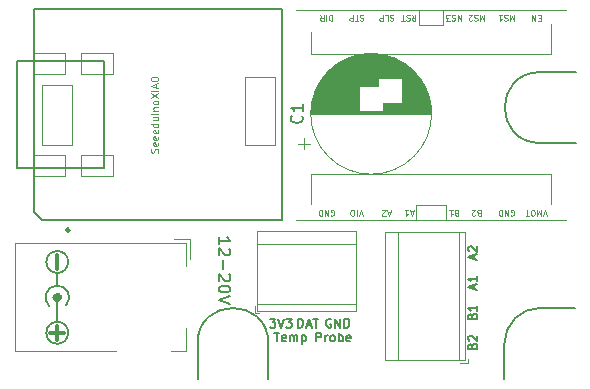
<source format=gbr>
%TF.GenerationSoftware,KiCad,Pcbnew,8.0.6*%
%TF.CreationDate,2024-11-06T21:14:03+01:00*%
%TF.ProjectId,ChocoEF,43686f63-6f45-4462-9e6b-696361645f70,rev?*%
%TF.SameCoordinates,Original*%
%TF.FileFunction,Legend,Top*%
%TF.FilePolarity,Positive*%
%FSLAX46Y46*%
G04 Gerber Fmt 4.6, Leading zero omitted, Abs format (unit mm)*
G04 Created by KiCad (PCBNEW 8.0.6) date 2024-11-06 21:14:03*
%MOMM*%
%LPD*%
G01*
G04 APERTURE LIST*
%ADD10C,0.150000*%
%ADD11C,0.187500*%
%ADD12C,0.300000*%
%ADD13C,0.076200*%
%ADD14C,0.125000*%
%ADD15C,0.120000*%
%ADD16C,0.127000*%
%ADD17C,0.066040*%
%ADD18C,0.254000*%
%ADD19C,0.500000*%
G04 APERTURE END LIST*
D10*
X115012600Y-73025000D02*
G75*
G02*
X115012600Y-67025000I0J3000000D01*
G01*
X118012600Y-73025000D02*
X115012600Y-73025000D01*
X118012600Y-67025000D02*
X115012600Y-67025000D01*
X111988600Y-89993600D02*
G75*
G02*
X114988600Y-86993600I3000001J-1D01*
G01*
X111988600Y-92993600D02*
X111988600Y-89993600D01*
X117988600Y-86993600D02*
X114988600Y-86993600D01*
X85998800Y-89992200D02*
G75*
G02*
X91998800Y-89992200I3000000J0D01*
G01*
X91998800Y-92992200D02*
X91998800Y-89992200D01*
X85998800Y-92992200D02*
X85998800Y-89992200D01*
D11*
X94522628Y-88653014D02*
X94522628Y-87903014D01*
X94522628Y-87903014D02*
X94701199Y-87903014D01*
X94701199Y-87903014D02*
X94808342Y-87938728D01*
X94808342Y-87938728D02*
X94879771Y-88010157D01*
X94879771Y-88010157D02*
X94915485Y-88081585D01*
X94915485Y-88081585D02*
X94951199Y-88224442D01*
X94951199Y-88224442D02*
X94951199Y-88331585D01*
X94951199Y-88331585D02*
X94915485Y-88474442D01*
X94915485Y-88474442D02*
X94879771Y-88545871D01*
X94879771Y-88545871D02*
X94808342Y-88617300D01*
X94808342Y-88617300D02*
X94701199Y-88653014D01*
X94701199Y-88653014D02*
X94522628Y-88653014D01*
X95236914Y-88438728D02*
X95594057Y-88438728D01*
X95165485Y-88653014D02*
X95415485Y-87903014D01*
X95415485Y-87903014D02*
X95665485Y-88653014D01*
X95808342Y-87903014D02*
X96236914Y-87903014D01*
X96022628Y-88653014D02*
X96022628Y-87903014D01*
X109265957Y-90219571D02*
X109301671Y-90112428D01*
X109301671Y-90112428D02*
X109337385Y-90076714D01*
X109337385Y-90076714D02*
X109408814Y-90041000D01*
X109408814Y-90041000D02*
X109515957Y-90041000D01*
X109515957Y-90041000D02*
X109587385Y-90076714D01*
X109587385Y-90076714D02*
X109623100Y-90112428D01*
X109623100Y-90112428D02*
X109658814Y-90183857D01*
X109658814Y-90183857D02*
X109658814Y-90469571D01*
X109658814Y-90469571D02*
X108908814Y-90469571D01*
X108908814Y-90469571D02*
X108908814Y-90219571D01*
X108908814Y-90219571D02*
X108944528Y-90148143D01*
X108944528Y-90148143D02*
X108980242Y-90112428D01*
X108980242Y-90112428D02*
X109051671Y-90076714D01*
X109051671Y-90076714D02*
X109123100Y-90076714D01*
X109123100Y-90076714D02*
X109194528Y-90112428D01*
X109194528Y-90112428D02*
X109230242Y-90148143D01*
X109230242Y-90148143D02*
X109265957Y-90219571D01*
X109265957Y-90219571D02*
X109265957Y-90469571D01*
X108980242Y-89755285D02*
X108944528Y-89719571D01*
X108944528Y-89719571D02*
X108908814Y-89648143D01*
X108908814Y-89648143D02*
X108908814Y-89469571D01*
X108908814Y-89469571D02*
X108944528Y-89398143D01*
X108944528Y-89398143D02*
X108980242Y-89362428D01*
X108980242Y-89362428D02*
X109051671Y-89326714D01*
X109051671Y-89326714D02*
X109123100Y-89326714D01*
X109123100Y-89326714D02*
X109230242Y-89362428D01*
X109230242Y-89362428D02*
X109658814Y-89791000D01*
X109658814Y-89791000D02*
X109658814Y-89326714D01*
D10*
X87784780Y-81578723D02*
X87784780Y-81007295D01*
X87784780Y-81293009D02*
X88784780Y-81293009D01*
X88784780Y-81293009D02*
X88641923Y-81197771D01*
X88641923Y-81197771D02*
X88546685Y-81102533D01*
X88546685Y-81102533D02*
X88499066Y-81007295D01*
X88689542Y-81959676D02*
X88737161Y-82007295D01*
X88737161Y-82007295D02*
X88784780Y-82102533D01*
X88784780Y-82102533D02*
X88784780Y-82340628D01*
X88784780Y-82340628D02*
X88737161Y-82435866D01*
X88737161Y-82435866D02*
X88689542Y-82483485D01*
X88689542Y-82483485D02*
X88594304Y-82531104D01*
X88594304Y-82531104D02*
X88499066Y-82531104D01*
X88499066Y-82531104D02*
X88356209Y-82483485D01*
X88356209Y-82483485D02*
X87784780Y-81912057D01*
X87784780Y-81912057D02*
X87784780Y-82531104D01*
X88165733Y-82959676D02*
X88165733Y-83721581D01*
X88689542Y-84150152D02*
X88737161Y-84197771D01*
X88737161Y-84197771D02*
X88784780Y-84293009D01*
X88784780Y-84293009D02*
X88784780Y-84531104D01*
X88784780Y-84531104D02*
X88737161Y-84626342D01*
X88737161Y-84626342D02*
X88689542Y-84673961D01*
X88689542Y-84673961D02*
X88594304Y-84721580D01*
X88594304Y-84721580D02*
X88499066Y-84721580D01*
X88499066Y-84721580D02*
X88356209Y-84673961D01*
X88356209Y-84673961D02*
X87784780Y-84102533D01*
X87784780Y-84102533D02*
X87784780Y-84721580D01*
X88784780Y-85340628D02*
X88784780Y-85435866D01*
X88784780Y-85435866D02*
X88737161Y-85531104D01*
X88737161Y-85531104D02*
X88689542Y-85578723D01*
X88689542Y-85578723D02*
X88594304Y-85626342D01*
X88594304Y-85626342D02*
X88403828Y-85673961D01*
X88403828Y-85673961D02*
X88165733Y-85673961D01*
X88165733Y-85673961D02*
X87975257Y-85626342D01*
X87975257Y-85626342D02*
X87880019Y-85578723D01*
X87880019Y-85578723D02*
X87832400Y-85531104D01*
X87832400Y-85531104D02*
X87784780Y-85435866D01*
X87784780Y-85435866D02*
X87784780Y-85340628D01*
X87784780Y-85340628D02*
X87832400Y-85245390D01*
X87832400Y-85245390D02*
X87880019Y-85197771D01*
X87880019Y-85197771D02*
X87975257Y-85150152D01*
X87975257Y-85150152D02*
X88165733Y-85102533D01*
X88165733Y-85102533D02*
X88403828Y-85102533D01*
X88403828Y-85102533D02*
X88594304Y-85150152D01*
X88594304Y-85150152D02*
X88689542Y-85197771D01*
X88689542Y-85197771D02*
X88737161Y-85245390D01*
X88737161Y-85245390D02*
X88784780Y-85340628D01*
X88784780Y-85959676D02*
X87784780Y-86293009D01*
X87784780Y-86293009D02*
X88784780Y-86626342D01*
D11*
X92490143Y-89071414D02*
X92918715Y-89071414D01*
X92704429Y-89821414D02*
X92704429Y-89071414D01*
X93454429Y-89785700D02*
X93383001Y-89821414D01*
X93383001Y-89821414D02*
X93240144Y-89821414D01*
X93240144Y-89821414D02*
X93168715Y-89785700D01*
X93168715Y-89785700D02*
X93133001Y-89714271D01*
X93133001Y-89714271D02*
X93133001Y-89428557D01*
X93133001Y-89428557D02*
X93168715Y-89357128D01*
X93168715Y-89357128D02*
X93240144Y-89321414D01*
X93240144Y-89321414D02*
X93383001Y-89321414D01*
X93383001Y-89321414D02*
X93454429Y-89357128D01*
X93454429Y-89357128D02*
X93490144Y-89428557D01*
X93490144Y-89428557D02*
X93490144Y-89499985D01*
X93490144Y-89499985D02*
X93133001Y-89571414D01*
X93811572Y-89821414D02*
X93811572Y-89321414D01*
X93811572Y-89392842D02*
X93847286Y-89357128D01*
X93847286Y-89357128D02*
X93918715Y-89321414D01*
X93918715Y-89321414D02*
X94025858Y-89321414D01*
X94025858Y-89321414D02*
X94097286Y-89357128D01*
X94097286Y-89357128D02*
X94133001Y-89428557D01*
X94133001Y-89428557D02*
X94133001Y-89821414D01*
X94133001Y-89428557D02*
X94168715Y-89357128D01*
X94168715Y-89357128D02*
X94240143Y-89321414D01*
X94240143Y-89321414D02*
X94347286Y-89321414D01*
X94347286Y-89321414D02*
X94418715Y-89357128D01*
X94418715Y-89357128D02*
X94454429Y-89428557D01*
X94454429Y-89428557D02*
X94454429Y-89821414D01*
X94811572Y-89321414D02*
X94811572Y-90071414D01*
X94811572Y-89357128D02*
X94883001Y-89321414D01*
X94883001Y-89321414D02*
X95025858Y-89321414D01*
X95025858Y-89321414D02*
X95097286Y-89357128D01*
X95097286Y-89357128D02*
X95133001Y-89392842D01*
X95133001Y-89392842D02*
X95168715Y-89464271D01*
X95168715Y-89464271D02*
X95168715Y-89678557D01*
X95168715Y-89678557D02*
X95133001Y-89749985D01*
X95133001Y-89749985D02*
X95097286Y-89785700D01*
X95097286Y-89785700D02*
X95025858Y-89821414D01*
X95025858Y-89821414D02*
X94883001Y-89821414D01*
X94883001Y-89821414D02*
X94811572Y-89785700D01*
X96061572Y-89821414D02*
X96061572Y-89071414D01*
X96061572Y-89071414D02*
X96347286Y-89071414D01*
X96347286Y-89071414D02*
X96418715Y-89107128D01*
X96418715Y-89107128D02*
X96454429Y-89142842D01*
X96454429Y-89142842D02*
X96490143Y-89214271D01*
X96490143Y-89214271D02*
X96490143Y-89321414D01*
X96490143Y-89321414D02*
X96454429Y-89392842D01*
X96454429Y-89392842D02*
X96418715Y-89428557D01*
X96418715Y-89428557D02*
X96347286Y-89464271D01*
X96347286Y-89464271D02*
X96061572Y-89464271D01*
X96811572Y-89821414D02*
X96811572Y-89321414D01*
X96811572Y-89464271D02*
X96847286Y-89392842D01*
X96847286Y-89392842D02*
X96883001Y-89357128D01*
X96883001Y-89357128D02*
X96954429Y-89321414D01*
X96954429Y-89321414D02*
X97025858Y-89321414D01*
X97383001Y-89821414D02*
X97311572Y-89785700D01*
X97311572Y-89785700D02*
X97275858Y-89749985D01*
X97275858Y-89749985D02*
X97240144Y-89678557D01*
X97240144Y-89678557D02*
X97240144Y-89464271D01*
X97240144Y-89464271D02*
X97275858Y-89392842D01*
X97275858Y-89392842D02*
X97311572Y-89357128D01*
X97311572Y-89357128D02*
X97383001Y-89321414D01*
X97383001Y-89321414D02*
X97490144Y-89321414D01*
X97490144Y-89321414D02*
X97561572Y-89357128D01*
X97561572Y-89357128D02*
X97597287Y-89392842D01*
X97597287Y-89392842D02*
X97633001Y-89464271D01*
X97633001Y-89464271D02*
X97633001Y-89678557D01*
X97633001Y-89678557D02*
X97597287Y-89749985D01*
X97597287Y-89749985D02*
X97561572Y-89785700D01*
X97561572Y-89785700D02*
X97490144Y-89821414D01*
X97490144Y-89821414D02*
X97383001Y-89821414D01*
X97954429Y-89821414D02*
X97954429Y-89071414D01*
X97954429Y-89357128D02*
X98025858Y-89321414D01*
X98025858Y-89321414D02*
X98168715Y-89321414D01*
X98168715Y-89321414D02*
X98240143Y-89357128D01*
X98240143Y-89357128D02*
X98275858Y-89392842D01*
X98275858Y-89392842D02*
X98311572Y-89464271D01*
X98311572Y-89464271D02*
X98311572Y-89678557D01*
X98311572Y-89678557D02*
X98275858Y-89749985D01*
X98275858Y-89749985D02*
X98240143Y-89785700D01*
X98240143Y-89785700D02*
X98168715Y-89821414D01*
X98168715Y-89821414D02*
X98025858Y-89821414D01*
X98025858Y-89821414D02*
X97954429Y-89785700D01*
X98918714Y-89785700D02*
X98847286Y-89821414D01*
X98847286Y-89821414D02*
X98704429Y-89821414D01*
X98704429Y-89821414D02*
X98633000Y-89785700D01*
X98633000Y-89785700D02*
X98597286Y-89714271D01*
X98597286Y-89714271D02*
X98597286Y-89428557D01*
X98597286Y-89428557D02*
X98633000Y-89357128D01*
X98633000Y-89357128D02*
X98704429Y-89321414D01*
X98704429Y-89321414D02*
X98847286Y-89321414D01*
X98847286Y-89321414D02*
X98918714Y-89357128D01*
X98918714Y-89357128D02*
X98954429Y-89428557D01*
X98954429Y-89428557D02*
X98954429Y-89499985D01*
X98954429Y-89499985D02*
X98597286Y-89571414D01*
X109444528Y-82831713D02*
X109444528Y-82474571D01*
X109658814Y-82903142D02*
X108908814Y-82653142D01*
X108908814Y-82653142D02*
X109658814Y-82403142D01*
X108980242Y-82188856D02*
X108944528Y-82153142D01*
X108944528Y-82153142D02*
X108908814Y-82081714D01*
X108908814Y-82081714D02*
X108908814Y-81903142D01*
X108908814Y-81903142D02*
X108944528Y-81831714D01*
X108944528Y-81831714D02*
X108980242Y-81795999D01*
X108980242Y-81795999D02*
X109051671Y-81760285D01*
X109051671Y-81760285D02*
X109123100Y-81760285D01*
X109123100Y-81760285D02*
X109230242Y-81795999D01*
X109230242Y-81795999D02*
X109658814Y-82224571D01*
X109658814Y-82224571D02*
X109658814Y-81760285D01*
X92137628Y-87903014D02*
X92601914Y-87903014D01*
X92601914Y-87903014D02*
X92351914Y-88188728D01*
X92351914Y-88188728D02*
X92459057Y-88188728D01*
X92459057Y-88188728D02*
X92530486Y-88224442D01*
X92530486Y-88224442D02*
X92566200Y-88260157D01*
X92566200Y-88260157D02*
X92601914Y-88331585D01*
X92601914Y-88331585D02*
X92601914Y-88510157D01*
X92601914Y-88510157D02*
X92566200Y-88581585D01*
X92566200Y-88581585D02*
X92530486Y-88617300D01*
X92530486Y-88617300D02*
X92459057Y-88653014D01*
X92459057Y-88653014D02*
X92244771Y-88653014D01*
X92244771Y-88653014D02*
X92173343Y-88617300D01*
X92173343Y-88617300D02*
X92137628Y-88581585D01*
X92816200Y-87903014D02*
X93066200Y-88653014D01*
X93066200Y-88653014D02*
X93316200Y-87903014D01*
X93494771Y-87903014D02*
X93959057Y-87903014D01*
X93959057Y-87903014D02*
X93709057Y-88188728D01*
X93709057Y-88188728D02*
X93816200Y-88188728D01*
X93816200Y-88188728D02*
X93887629Y-88224442D01*
X93887629Y-88224442D02*
X93923343Y-88260157D01*
X93923343Y-88260157D02*
X93959057Y-88331585D01*
X93959057Y-88331585D02*
X93959057Y-88510157D01*
X93959057Y-88510157D02*
X93923343Y-88581585D01*
X93923343Y-88581585D02*
X93887629Y-88617300D01*
X93887629Y-88617300D02*
X93816200Y-88653014D01*
X93816200Y-88653014D02*
X93601914Y-88653014D01*
X93601914Y-88653014D02*
X93530486Y-88617300D01*
X93530486Y-88617300D02*
X93494771Y-88581585D01*
X97294771Y-87938728D02*
X97223343Y-87903014D01*
X97223343Y-87903014D02*
X97116200Y-87903014D01*
X97116200Y-87903014D02*
X97009057Y-87938728D01*
X97009057Y-87938728D02*
X96937628Y-88010157D01*
X96937628Y-88010157D02*
X96901914Y-88081585D01*
X96901914Y-88081585D02*
X96866200Y-88224442D01*
X96866200Y-88224442D02*
X96866200Y-88331585D01*
X96866200Y-88331585D02*
X96901914Y-88474442D01*
X96901914Y-88474442D02*
X96937628Y-88545871D01*
X96937628Y-88545871D02*
X97009057Y-88617300D01*
X97009057Y-88617300D02*
X97116200Y-88653014D01*
X97116200Y-88653014D02*
X97187628Y-88653014D01*
X97187628Y-88653014D02*
X97294771Y-88617300D01*
X97294771Y-88617300D02*
X97330485Y-88581585D01*
X97330485Y-88581585D02*
X97330485Y-88331585D01*
X97330485Y-88331585D02*
X97187628Y-88331585D01*
X97651914Y-88653014D02*
X97651914Y-87903014D01*
X97651914Y-87903014D02*
X98080485Y-88653014D01*
X98080485Y-88653014D02*
X98080485Y-87903014D01*
X98437628Y-88653014D02*
X98437628Y-87903014D01*
X98437628Y-87903014D02*
X98616199Y-87903014D01*
X98616199Y-87903014D02*
X98723342Y-87938728D01*
X98723342Y-87938728D02*
X98794771Y-88010157D01*
X98794771Y-88010157D02*
X98830485Y-88081585D01*
X98830485Y-88081585D02*
X98866199Y-88224442D01*
X98866199Y-88224442D02*
X98866199Y-88331585D01*
X98866199Y-88331585D02*
X98830485Y-88474442D01*
X98830485Y-88474442D02*
X98794771Y-88545871D01*
X98794771Y-88545871D02*
X98723342Y-88617300D01*
X98723342Y-88617300D02*
X98616199Y-88653014D01*
X98616199Y-88653014D02*
X98437628Y-88653014D01*
D12*
X73528571Y-89106900D02*
X74671429Y-89106900D01*
X74100000Y-89678328D02*
X74100000Y-88535471D01*
D11*
X109265957Y-87679571D02*
X109301671Y-87572428D01*
X109301671Y-87572428D02*
X109337385Y-87536714D01*
X109337385Y-87536714D02*
X109408814Y-87501000D01*
X109408814Y-87501000D02*
X109515957Y-87501000D01*
X109515957Y-87501000D02*
X109587385Y-87536714D01*
X109587385Y-87536714D02*
X109623100Y-87572428D01*
X109623100Y-87572428D02*
X109658814Y-87643857D01*
X109658814Y-87643857D02*
X109658814Y-87929571D01*
X109658814Y-87929571D02*
X108908814Y-87929571D01*
X108908814Y-87929571D02*
X108908814Y-87679571D01*
X108908814Y-87679571D02*
X108944528Y-87608143D01*
X108944528Y-87608143D02*
X108980242Y-87572428D01*
X108980242Y-87572428D02*
X109051671Y-87536714D01*
X109051671Y-87536714D02*
X109123100Y-87536714D01*
X109123100Y-87536714D02*
X109194528Y-87572428D01*
X109194528Y-87572428D02*
X109230242Y-87608143D01*
X109230242Y-87608143D02*
X109265957Y-87679571D01*
X109265957Y-87679571D02*
X109265957Y-87929571D01*
X109658814Y-86786714D02*
X109658814Y-87215285D01*
X109658814Y-87001000D02*
X108908814Y-87001000D01*
X108908814Y-87001000D02*
X109015957Y-87072428D01*
X109015957Y-87072428D02*
X109087385Y-87143857D01*
X109087385Y-87143857D02*
X109123100Y-87215285D01*
X109444528Y-85371713D02*
X109444528Y-85014571D01*
X109658814Y-85443142D02*
X108908814Y-85193142D01*
X108908814Y-85193142D02*
X109658814Y-84943142D01*
X109658814Y-84300285D02*
X109658814Y-84728856D01*
X109658814Y-84514571D02*
X108908814Y-84514571D01*
X108908814Y-84514571D02*
X109015957Y-84585999D01*
X109015957Y-84585999D02*
X109087385Y-84657428D01*
X109087385Y-84657428D02*
X109123100Y-84728856D01*
D12*
X74106900Y-83671428D02*
X74106900Y-82528571D01*
D13*
X82632331Y-73846580D02*
X82661359Y-73759495D01*
X82661359Y-73759495D02*
X82661359Y-73614352D01*
X82661359Y-73614352D02*
X82632331Y-73556295D01*
X82632331Y-73556295D02*
X82603302Y-73527266D01*
X82603302Y-73527266D02*
X82545245Y-73498237D01*
X82545245Y-73498237D02*
X82487188Y-73498237D01*
X82487188Y-73498237D02*
X82429131Y-73527266D01*
X82429131Y-73527266D02*
X82400102Y-73556295D01*
X82400102Y-73556295D02*
X82371073Y-73614352D01*
X82371073Y-73614352D02*
X82342045Y-73730466D01*
X82342045Y-73730466D02*
X82313016Y-73788523D01*
X82313016Y-73788523D02*
X82283988Y-73817552D01*
X82283988Y-73817552D02*
X82225931Y-73846580D01*
X82225931Y-73846580D02*
X82167873Y-73846580D01*
X82167873Y-73846580D02*
X82109816Y-73817552D01*
X82109816Y-73817552D02*
X82080788Y-73788523D01*
X82080788Y-73788523D02*
X82051759Y-73730466D01*
X82051759Y-73730466D02*
X82051759Y-73585323D01*
X82051759Y-73585323D02*
X82080788Y-73498237D01*
X82632331Y-73004752D02*
X82661359Y-73062809D01*
X82661359Y-73062809D02*
X82661359Y-73178924D01*
X82661359Y-73178924D02*
X82632331Y-73236981D01*
X82632331Y-73236981D02*
X82574273Y-73266009D01*
X82574273Y-73266009D02*
X82342045Y-73266009D01*
X82342045Y-73266009D02*
X82283988Y-73236981D01*
X82283988Y-73236981D02*
X82254959Y-73178924D01*
X82254959Y-73178924D02*
X82254959Y-73062809D01*
X82254959Y-73062809D02*
X82283988Y-73004752D01*
X82283988Y-73004752D02*
X82342045Y-72975724D01*
X82342045Y-72975724D02*
X82400102Y-72975724D01*
X82400102Y-72975724D02*
X82458159Y-73266009D01*
X82632331Y-72482238D02*
X82661359Y-72540295D01*
X82661359Y-72540295D02*
X82661359Y-72656410D01*
X82661359Y-72656410D02*
X82632331Y-72714467D01*
X82632331Y-72714467D02*
X82574273Y-72743495D01*
X82574273Y-72743495D02*
X82342045Y-72743495D01*
X82342045Y-72743495D02*
X82283988Y-72714467D01*
X82283988Y-72714467D02*
X82254959Y-72656410D01*
X82254959Y-72656410D02*
X82254959Y-72540295D01*
X82254959Y-72540295D02*
X82283988Y-72482238D01*
X82283988Y-72482238D02*
X82342045Y-72453210D01*
X82342045Y-72453210D02*
X82400102Y-72453210D01*
X82400102Y-72453210D02*
X82458159Y-72743495D01*
X82632331Y-71959724D02*
X82661359Y-72017781D01*
X82661359Y-72017781D02*
X82661359Y-72133896D01*
X82661359Y-72133896D02*
X82632331Y-72191953D01*
X82632331Y-72191953D02*
X82574273Y-72220981D01*
X82574273Y-72220981D02*
X82342045Y-72220981D01*
X82342045Y-72220981D02*
X82283988Y-72191953D01*
X82283988Y-72191953D02*
X82254959Y-72133896D01*
X82254959Y-72133896D02*
X82254959Y-72017781D01*
X82254959Y-72017781D02*
X82283988Y-71959724D01*
X82283988Y-71959724D02*
X82342045Y-71930696D01*
X82342045Y-71930696D02*
X82400102Y-71930696D01*
X82400102Y-71930696D02*
X82458159Y-72220981D01*
X82661359Y-71408182D02*
X82051759Y-71408182D01*
X82632331Y-71408182D02*
X82661359Y-71466239D01*
X82661359Y-71466239D02*
X82661359Y-71582353D01*
X82661359Y-71582353D02*
X82632331Y-71640410D01*
X82632331Y-71640410D02*
X82603302Y-71669439D01*
X82603302Y-71669439D02*
X82545245Y-71698467D01*
X82545245Y-71698467D02*
X82371073Y-71698467D01*
X82371073Y-71698467D02*
X82313016Y-71669439D01*
X82313016Y-71669439D02*
X82283988Y-71640410D01*
X82283988Y-71640410D02*
X82254959Y-71582353D01*
X82254959Y-71582353D02*
X82254959Y-71466239D01*
X82254959Y-71466239D02*
X82283988Y-71408182D01*
X82254959Y-70856639D02*
X82661359Y-70856639D01*
X82254959Y-71117896D02*
X82574273Y-71117896D01*
X82574273Y-71117896D02*
X82632331Y-71088867D01*
X82632331Y-71088867D02*
X82661359Y-71030810D01*
X82661359Y-71030810D02*
X82661359Y-70943724D01*
X82661359Y-70943724D02*
X82632331Y-70885667D01*
X82632331Y-70885667D02*
X82603302Y-70856639D01*
X82661359Y-70566353D02*
X82254959Y-70566353D01*
X82051759Y-70566353D02*
X82080788Y-70595381D01*
X82080788Y-70595381D02*
X82109816Y-70566353D01*
X82109816Y-70566353D02*
X82080788Y-70537324D01*
X82080788Y-70537324D02*
X82051759Y-70566353D01*
X82051759Y-70566353D02*
X82109816Y-70566353D01*
X82254959Y-70276067D02*
X82661359Y-70276067D01*
X82313016Y-70276067D02*
X82283988Y-70247038D01*
X82283988Y-70247038D02*
X82254959Y-70188981D01*
X82254959Y-70188981D02*
X82254959Y-70101895D01*
X82254959Y-70101895D02*
X82283988Y-70043838D01*
X82283988Y-70043838D02*
X82342045Y-70014810D01*
X82342045Y-70014810D02*
X82661359Y-70014810D01*
X82661359Y-69637438D02*
X82632331Y-69695495D01*
X82632331Y-69695495D02*
X82603302Y-69724524D01*
X82603302Y-69724524D02*
X82545245Y-69753552D01*
X82545245Y-69753552D02*
X82371073Y-69753552D01*
X82371073Y-69753552D02*
X82313016Y-69724524D01*
X82313016Y-69724524D02*
X82283988Y-69695495D01*
X82283988Y-69695495D02*
X82254959Y-69637438D01*
X82254959Y-69637438D02*
X82254959Y-69550352D01*
X82254959Y-69550352D02*
X82283988Y-69492295D01*
X82283988Y-69492295D02*
X82313016Y-69463267D01*
X82313016Y-69463267D02*
X82371073Y-69434238D01*
X82371073Y-69434238D02*
X82545245Y-69434238D01*
X82545245Y-69434238D02*
X82603302Y-69463267D01*
X82603302Y-69463267D02*
X82632331Y-69492295D01*
X82632331Y-69492295D02*
X82661359Y-69550352D01*
X82661359Y-69550352D02*
X82661359Y-69637438D01*
X82051759Y-69231038D02*
X82661359Y-68824638D01*
X82051759Y-68824638D02*
X82661359Y-69231038D01*
X82661359Y-68592410D02*
X82051759Y-68592410D01*
X82487188Y-68331152D02*
X82487188Y-68040867D01*
X82661359Y-68389209D02*
X82051759Y-68186009D01*
X82051759Y-68186009D02*
X82661359Y-67982809D01*
X82051759Y-67663495D02*
X82051759Y-67547381D01*
X82051759Y-67547381D02*
X82080788Y-67489324D01*
X82080788Y-67489324D02*
X82138845Y-67431267D01*
X82138845Y-67431267D02*
X82254959Y-67402238D01*
X82254959Y-67402238D02*
X82458159Y-67402238D01*
X82458159Y-67402238D02*
X82574273Y-67431267D01*
X82574273Y-67431267D02*
X82632331Y-67489324D01*
X82632331Y-67489324D02*
X82661359Y-67547381D01*
X82661359Y-67547381D02*
X82661359Y-67663495D01*
X82661359Y-67663495D02*
X82632331Y-67721553D01*
X82632331Y-67721553D02*
X82574273Y-67779610D01*
X82574273Y-67779610D02*
X82458159Y-67808638D01*
X82458159Y-67808638D02*
X82254959Y-67808638D01*
X82254959Y-67808638D02*
X82138845Y-67779610D01*
X82138845Y-67779610D02*
X82080788Y-67721553D01*
X82080788Y-67721553D02*
X82051759Y-67663495D01*
D10*
X94809580Y-70716666D02*
X94857200Y-70764285D01*
X94857200Y-70764285D02*
X94904819Y-70907142D01*
X94904819Y-70907142D02*
X94904819Y-71002380D01*
X94904819Y-71002380D02*
X94857200Y-71145237D01*
X94857200Y-71145237D02*
X94761961Y-71240475D01*
X94761961Y-71240475D02*
X94666723Y-71288094D01*
X94666723Y-71288094D02*
X94476247Y-71335713D01*
X94476247Y-71335713D02*
X94333390Y-71335713D01*
X94333390Y-71335713D02*
X94142914Y-71288094D01*
X94142914Y-71288094D02*
X94047676Y-71240475D01*
X94047676Y-71240475D02*
X93952438Y-71145237D01*
X93952438Y-71145237D02*
X93904819Y-71002380D01*
X93904819Y-71002380D02*
X93904819Y-70907142D01*
X93904819Y-70907142D02*
X93952438Y-70764285D01*
X93952438Y-70764285D02*
X94000057Y-70716666D01*
X94904819Y-69764285D02*
X94904819Y-70335713D01*
X94904819Y-70049999D02*
X93904819Y-70049999D01*
X93904819Y-70049999D02*
X94047676Y-70145237D01*
X94047676Y-70145237D02*
X94142914Y-70240475D01*
X94142914Y-70240475D02*
X94190533Y-70335713D01*
D14*
X112530952Y-79156380D02*
X112578571Y-79180190D01*
X112578571Y-79180190D02*
X112650000Y-79180190D01*
X112650000Y-79180190D02*
X112721428Y-79156380D01*
X112721428Y-79156380D02*
X112769047Y-79108761D01*
X112769047Y-79108761D02*
X112792857Y-79061142D01*
X112792857Y-79061142D02*
X112816666Y-78965904D01*
X112816666Y-78965904D02*
X112816666Y-78894476D01*
X112816666Y-78894476D02*
X112792857Y-78799238D01*
X112792857Y-78799238D02*
X112769047Y-78751619D01*
X112769047Y-78751619D02*
X112721428Y-78704000D01*
X112721428Y-78704000D02*
X112650000Y-78680190D01*
X112650000Y-78680190D02*
X112602381Y-78680190D01*
X112602381Y-78680190D02*
X112530952Y-78704000D01*
X112530952Y-78704000D02*
X112507143Y-78727809D01*
X112507143Y-78727809D02*
X112507143Y-78894476D01*
X112507143Y-78894476D02*
X112602381Y-78894476D01*
X112292857Y-78680190D02*
X112292857Y-79180190D01*
X112292857Y-79180190D02*
X112007143Y-78680190D01*
X112007143Y-78680190D02*
X112007143Y-79180190D01*
X111769047Y-78680190D02*
X111769047Y-79180190D01*
X111769047Y-79180190D02*
X111649999Y-79180190D01*
X111649999Y-79180190D02*
X111578571Y-79156380D01*
X111578571Y-79156380D02*
X111530952Y-79108761D01*
X111530952Y-79108761D02*
X111507142Y-79061142D01*
X111507142Y-79061142D02*
X111483333Y-78965904D01*
X111483333Y-78965904D02*
X111483333Y-78894476D01*
X111483333Y-78894476D02*
X111507142Y-78799238D01*
X111507142Y-78799238D02*
X111530952Y-78751619D01*
X111530952Y-78751619D02*
X111578571Y-78704000D01*
X111578571Y-78704000D02*
X111649999Y-78680190D01*
X111649999Y-78680190D02*
X111769047Y-78680190D01*
X97409999Y-62170190D02*
X97409999Y-62670190D01*
X97409999Y-62670190D02*
X97290951Y-62670190D01*
X97290951Y-62670190D02*
X97219523Y-62646380D01*
X97219523Y-62646380D02*
X97171904Y-62598761D01*
X97171904Y-62598761D02*
X97148094Y-62551142D01*
X97148094Y-62551142D02*
X97124285Y-62455904D01*
X97124285Y-62455904D02*
X97124285Y-62384476D01*
X97124285Y-62384476D02*
X97148094Y-62289238D01*
X97148094Y-62289238D02*
X97171904Y-62241619D01*
X97171904Y-62241619D02*
X97219523Y-62194000D01*
X97219523Y-62194000D02*
X97290951Y-62170190D01*
X97290951Y-62170190D02*
X97409999Y-62170190D01*
X96909999Y-62170190D02*
X96909999Y-62670190D01*
X96386190Y-62170190D02*
X96552856Y-62408285D01*
X96671904Y-62170190D02*
X96671904Y-62670190D01*
X96671904Y-62670190D02*
X96481428Y-62670190D01*
X96481428Y-62670190D02*
X96433809Y-62646380D01*
X96433809Y-62646380D02*
X96409999Y-62622571D01*
X96409999Y-62622571D02*
X96386190Y-62574952D01*
X96386190Y-62574952D02*
X96386190Y-62503523D01*
X96386190Y-62503523D02*
X96409999Y-62455904D01*
X96409999Y-62455904D02*
X96433809Y-62432095D01*
X96433809Y-62432095D02*
X96481428Y-62408285D01*
X96481428Y-62408285D02*
X96671904Y-62408285D01*
X104252141Y-78823047D02*
X104014046Y-78823047D01*
X104299760Y-78680190D02*
X104133094Y-79180190D01*
X104133094Y-79180190D02*
X103966427Y-78680190D01*
X103537856Y-78680190D02*
X103823570Y-78680190D01*
X103680713Y-78680190D02*
X103680713Y-79180190D01*
X103680713Y-79180190D02*
X103728332Y-79108761D01*
X103728332Y-79108761D02*
X103775951Y-79061142D01*
X103775951Y-79061142D02*
X103823570Y-79037333D01*
X109812380Y-78942095D02*
X109740952Y-78918285D01*
X109740952Y-78918285D02*
X109717142Y-78894476D01*
X109717142Y-78894476D02*
X109693333Y-78846857D01*
X109693333Y-78846857D02*
X109693333Y-78775428D01*
X109693333Y-78775428D02*
X109717142Y-78727809D01*
X109717142Y-78727809D02*
X109740952Y-78704000D01*
X109740952Y-78704000D02*
X109788571Y-78680190D01*
X109788571Y-78680190D02*
X109979047Y-78680190D01*
X109979047Y-78680190D02*
X109979047Y-79180190D01*
X109979047Y-79180190D02*
X109812380Y-79180190D01*
X109812380Y-79180190D02*
X109764761Y-79156380D01*
X109764761Y-79156380D02*
X109740952Y-79132571D01*
X109740952Y-79132571D02*
X109717142Y-79084952D01*
X109717142Y-79084952D02*
X109717142Y-79037333D01*
X109717142Y-79037333D02*
X109740952Y-78989714D01*
X109740952Y-78989714D02*
X109764761Y-78965904D01*
X109764761Y-78965904D02*
X109812380Y-78942095D01*
X109812380Y-78942095D02*
X109979047Y-78942095D01*
X109502856Y-79132571D02*
X109479047Y-79156380D01*
X109479047Y-79156380D02*
X109431428Y-79180190D01*
X109431428Y-79180190D02*
X109312380Y-79180190D01*
X109312380Y-79180190D02*
X109264761Y-79156380D01*
X109264761Y-79156380D02*
X109240952Y-79132571D01*
X109240952Y-79132571D02*
X109217142Y-79084952D01*
X109217142Y-79084952D02*
X109217142Y-79037333D01*
X109217142Y-79037333D02*
X109240952Y-78965904D01*
X109240952Y-78965904D02*
X109526666Y-78680190D01*
X109526666Y-78680190D02*
X109217142Y-78680190D01*
X112792856Y-62170190D02*
X112792856Y-62670190D01*
X112792856Y-62670190D02*
X112626189Y-62313047D01*
X112626189Y-62313047D02*
X112459523Y-62670190D01*
X112459523Y-62670190D02*
X112459523Y-62170190D01*
X112245236Y-62194000D02*
X112173808Y-62170190D01*
X112173808Y-62170190D02*
X112054760Y-62170190D01*
X112054760Y-62170190D02*
X112007141Y-62194000D01*
X112007141Y-62194000D02*
X111983332Y-62217809D01*
X111983332Y-62217809D02*
X111959522Y-62265428D01*
X111959522Y-62265428D02*
X111959522Y-62313047D01*
X111959522Y-62313047D02*
X111983332Y-62360666D01*
X111983332Y-62360666D02*
X112007141Y-62384476D01*
X112007141Y-62384476D02*
X112054760Y-62408285D01*
X112054760Y-62408285D02*
X112149998Y-62432095D01*
X112149998Y-62432095D02*
X112197617Y-62455904D01*
X112197617Y-62455904D02*
X112221427Y-62479714D01*
X112221427Y-62479714D02*
X112245236Y-62527333D01*
X112245236Y-62527333D02*
X112245236Y-62574952D01*
X112245236Y-62574952D02*
X112221427Y-62622571D01*
X112221427Y-62622571D02*
X112197617Y-62646380D01*
X112197617Y-62646380D02*
X112149998Y-62670190D01*
X112149998Y-62670190D02*
X112030951Y-62670190D01*
X112030951Y-62670190D02*
X111959522Y-62646380D01*
X111483332Y-62170190D02*
X111769046Y-62170190D01*
X111626189Y-62170190D02*
X111626189Y-62670190D01*
X111626189Y-62670190D02*
X111673808Y-62598761D01*
X111673808Y-62598761D02*
X111721427Y-62551142D01*
X111721427Y-62551142D02*
X111769046Y-62527333D01*
X107907380Y-78942095D02*
X107835952Y-78918285D01*
X107835952Y-78918285D02*
X107812142Y-78894476D01*
X107812142Y-78894476D02*
X107788333Y-78846857D01*
X107788333Y-78846857D02*
X107788333Y-78775428D01*
X107788333Y-78775428D02*
X107812142Y-78727809D01*
X107812142Y-78727809D02*
X107835952Y-78704000D01*
X107835952Y-78704000D02*
X107883571Y-78680190D01*
X107883571Y-78680190D02*
X108074047Y-78680190D01*
X108074047Y-78680190D02*
X108074047Y-79180190D01*
X108074047Y-79180190D02*
X107907380Y-79180190D01*
X107907380Y-79180190D02*
X107859761Y-79156380D01*
X107859761Y-79156380D02*
X107835952Y-79132571D01*
X107835952Y-79132571D02*
X107812142Y-79084952D01*
X107812142Y-79084952D02*
X107812142Y-79037333D01*
X107812142Y-79037333D02*
X107835952Y-78989714D01*
X107835952Y-78989714D02*
X107859761Y-78965904D01*
X107859761Y-78965904D02*
X107907380Y-78942095D01*
X107907380Y-78942095D02*
X108074047Y-78942095D01*
X107312142Y-78680190D02*
X107597856Y-78680190D01*
X107454999Y-78680190D02*
X107454999Y-79180190D01*
X107454999Y-79180190D02*
X107502618Y-79108761D01*
X107502618Y-79108761D02*
X107550237Y-79061142D01*
X107550237Y-79061142D02*
X107597856Y-79037333D01*
X97290952Y-79156380D02*
X97338571Y-79180190D01*
X97338571Y-79180190D02*
X97410000Y-79180190D01*
X97410000Y-79180190D02*
X97481428Y-79156380D01*
X97481428Y-79156380D02*
X97529047Y-79108761D01*
X97529047Y-79108761D02*
X97552857Y-79061142D01*
X97552857Y-79061142D02*
X97576666Y-78965904D01*
X97576666Y-78965904D02*
X97576666Y-78894476D01*
X97576666Y-78894476D02*
X97552857Y-78799238D01*
X97552857Y-78799238D02*
X97529047Y-78751619D01*
X97529047Y-78751619D02*
X97481428Y-78704000D01*
X97481428Y-78704000D02*
X97410000Y-78680190D01*
X97410000Y-78680190D02*
X97362381Y-78680190D01*
X97362381Y-78680190D02*
X97290952Y-78704000D01*
X97290952Y-78704000D02*
X97267143Y-78727809D01*
X97267143Y-78727809D02*
X97267143Y-78894476D01*
X97267143Y-78894476D02*
X97362381Y-78894476D01*
X97052857Y-78680190D02*
X97052857Y-79180190D01*
X97052857Y-79180190D02*
X96767143Y-78680190D01*
X96767143Y-78680190D02*
X96767143Y-79180190D01*
X96529047Y-78680190D02*
X96529047Y-79180190D01*
X96529047Y-79180190D02*
X96409999Y-79180190D01*
X96409999Y-79180190D02*
X96338571Y-79156380D01*
X96338571Y-79156380D02*
X96290952Y-79108761D01*
X96290952Y-79108761D02*
X96267142Y-79061142D01*
X96267142Y-79061142D02*
X96243333Y-78965904D01*
X96243333Y-78965904D02*
X96243333Y-78894476D01*
X96243333Y-78894476D02*
X96267142Y-78799238D01*
X96267142Y-78799238D02*
X96290952Y-78751619D01*
X96290952Y-78751619D02*
X96338571Y-78704000D01*
X96338571Y-78704000D02*
X96409999Y-78680190D01*
X96409999Y-78680190D02*
X96529047Y-78680190D01*
X102585237Y-62194000D02*
X102513809Y-62170190D01*
X102513809Y-62170190D02*
X102394761Y-62170190D01*
X102394761Y-62170190D02*
X102347142Y-62194000D01*
X102347142Y-62194000D02*
X102323333Y-62217809D01*
X102323333Y-62217809D02*
X102299523Y-62265428D01*
X102299523Y-62265428D02*
X102299523Y-62313047D01*
X102299523Y-62313047D02*
X102323333Y-62360666D01*
X102323333Y-62360666D02*
X102347142Y-62384476D01*
X102347142Y-62384476D02*
X102394761Y-62408285D01*
X102394761Y-62408285D02*
X102489999Y-62432095D01*
X102489999Y-62432095D02*
X102537618Y-62455904D01*
X102537618Y-62455904D02*
X102561428Y-62479714D01*
X102561428Y-62479714D02*
X102585237Y-62527333D01*
X102585237Y-62527333D02*
X102585237Y-62574952D01*
X102585237Y-62574952D02*
X102561428Y-62622571D01*
X102561428Y-62622571D02*
X102537618Y-62646380D01*
X102537618Y-62646380D02*
X102489999Y-62670190D01*
X102489999Y-62670190D02*
X102370952Y-62670190D01*
X102370952Y-62670190D02*
X102299523Y-62646380D01*
X101847143Y-62170190D02*
X102085238Y-62170190D01*
X102085238Y-62170190D02*
X102085238Y-62670190D01*
X101680476Y-62170190D02*
X101680476Y-62670190D01*
X101680476Y-62670190D02*
X101490000Y-62670190D01*
X101490000Y-62670190D02*
X101442381Y-62646380D01*
X101442381Y-62646380D02*
X101418571Y-62622571D01*
X101418571Y-62622571D02*
X101394762Y-62574952D01*
X101394762Y-62574952D02*
X101394762Y-62503523D01*
X101394762Y-62503523D02*
X101418571Y-62455904D01*
X101418571Y-62455904D02*
X101442381Y-62432095D01*
X101442381Y-62432095D02*
X101490000Y-62408285D01*
X101490000Y-62408285D02*
X101680476Y-62408285D01*
X100033332Y-62194000D02*
X99961904Y-62170190D01*
X99961904Y-62170190D02*
X99842856Y-62170190D01*
X99842856Y-62170190D02*
X99795237Y-62194000D01*
X99795237Y-62194000D02*
X99771428Y-62217809D01*
X99771428Y-62217809D02*
X99747618Y-62265428D01*
X99747618Y-62265428D02*
X99747618Y-62313047D01*
X99747618Y-62313047D02*
X99771428Y-62360666D01*
X99771428Y-62360666D02*
X99795237Y-62384476D01*
X99795237Y-62384476D02*
X99842856Y-62408285D01*
X99842856Y-62408285D02*
X99938094Y-62432095D01*
X99938094Y-62432095D02*
X99985713Y-62455904D01*
X99985713Y-62455904D02*
X100009523Y-62479714D01*
X100009523Y-62479714D02*
X100033332Y-62527333D01*
X100033332Y-62527333D02*
X100033332Y-62574952D01*
X100033332Y-62574952D02*
X100009523Y-62622571D01*
X100009523Y-62622571D02*
X99985713Y-62646380D01*
X99985713Y-62646380D02*
X99938094Y-62670190D01*
X99938094Y-62670190D02*
X99819047Y-62670190D01*
X99819047Y-62670190D02*
X99747618Y-62646380D01*
X99604761Y-62670190D02*
X99319047Y-62670190D01*
X99461904Y-62170190D02*
X99461904Y-62670190D01*
X99152381Y-62170190D02*
X99152381Y-62670190D01*
X99152381Y-62670190D02*
X98961905Y-62670190D01*
X98961905Y-62670190D02*
X98914286Y-62646380D01*
X98914286Y-62646380D02*
X98890476Y-62622571D01*
X98890476Y-62622571D02*
X98866667Y-62574952D01*
X98866667Y-62574952D02*
X98866667Y-62503523D01*
X98866667Y-62503523D02*
X98890476Y-62455904D01*
X98890476Y-62455904D02*
X98914286Y-62432095D01*
X98914286Y-62432095D02*
X98961905Y-62408285D01*
X98961905Y-62408285D02*
X99152381Y-62408285D01*
X110252856Y-62170190D02*
X110252856Y-62670190D01*
X110252856Y-62670190D02*
X110086189Y-62313047D01*
X110086189Y-62313047D02*
X109919523Y-62670190D01*
X109919523Y-62670190D02*
X109919523Y-62170190D01*
X109705236Y-62194000D02*
X109633808Y-62170190D01*
X109633808Y-62170190D02*
X109514760Y-62170190D01*
X109514760Y-62170190D02*
X109467141Y-62194000D01*
X109467141Y-62194000D02*
X109443332Y-62217809D01*
X109443332Y-62217809D02*
X109419522Y-62265428D01*
X109419522Y-62265428D02*
X109419522Y-62313047D01*
X109419522Y-62313047D02*
X109443332Y-62360666D01*
X109443332Y-62360666D02*
X109467141Y-62384476D01*
X109467141Y-62384476D02*
X109514760Y-62408285D01*
X109514760Y-62408285D02*
X109609998Y-62432095D01*
X109609998Y-62432095D02*
X109657617Y-62455904D01*
X109657617Y-62455904D02*
X109681427Y-62479714D01*
X109681427Y-62479714D02*
X109705236Y-62527333D01*
X109705236Y-62527333D02*
X109705236Y-62574952D01*
X109705236Y-62574952D02*
X109681427Y-62622571D01*
X109681427Y-62622571D02*
X109657617Y-62646380D01*
X109657617Y-62646380D02*
X109609998Y-62670190D01*
X109609998Y-62670190D02*
X109490951Y-62670190D01*
X109490951Y-62670190D02*
X109419522Y-62646380D01*
X109229046Y-62622571D02*
X109205237Y-62646380D01*
X109205237Y-62646380D02*
X109157618Y-62670190D01*
X109157618Y-62670190D02*
X109038570Y-62670190D01*
X109038570Y-62670190D02*
X108990951Y-62646380D01*
X108990951Y-62646380D02*
X108967142Y-62622571D01*
X108967142Y-62622571D02*
X108943332Y-62574952D01*
X108943332Y-62574952D02*
X108943332Y-62527333D01*
X108943332Y-62527333D02*
X108967142Y-62455904D01*
X108967142Y-62455904D02*
X109252856Y-62170190D01*
X109252856Y-62170190D02*
X108943332Y-62170190D01*
X104168809Y-62170190D02*
X104335475Y-62408285D01*
X104454523Y-62170190D02*
X104454523Y-62670190D01*
X104454523Y-62670190D02*
X104264047Y-62670190D01*
X104264047Y-62670190D02*
X104216428Y-62646380D01*
X104216428Y-62646380D02*
X104192618Y-62622571D01*
X104192618Y-62622571D02*
X104168809Y-62574952D01*
X104168809Y-62574952D02*
X104168809Y-62503523D01*
X104168809Y-62503523D02*
X104192618Y-62455904D01*
X104192618Y-62455904D02*
X104216428Y-62432095D01*
X104216428Y-62432095D02*
X104264047Y-62408285D01*
X104264047Y-62408285D02*
X104454523Y-62408285D01*
X103978332Y-62194000D02*
X103906904Y-62170190D01*
X103906904Y-62170190D02*
X103787856Y-62170190D01*
X103787856Y-62170190D02*
X103740237Y-62194000D01*
X103740237Y-62194000D02*
X103716428Y-62217809D01*
X103716428Y-62217809D02*
X103692618Y-62265428D01*
X103692618Y-62265428D02*
X103692618Y-62313047D01*
X103692618Y-62313047D02*
X103716428Y-62360666D01*
X103716428Y-62360666D02*
X103740237Y-62384476D01*
X103740237Y-62384476D02*
X103787856Y-62408285D01*
X103787856Y-62408285D02*
X103883094Y-62432095D01*
X103883094Y-62432095D02*
X103930713Y-62455904D01*
X103930713Y-62455904D02*
X103954523Y-62479714D01*
X103954523Y-62479714D02*
X103978332Y-62527333D01*
X103978332Y-62527333D02*
X103978332Y-62574952D01*
X103978332Y-62574952D02*
X103954523Y-62622571D01*
X103954523Y-62622571D02*
X103930713Y-62646380D01*
X103930713Y-62646380D02*
X103883094Y-62670190D01*
X103883094Y-62670190D02*
X103764047Y-62670190D01*
X103764047Y-62670190D02*
X103692618Y-62646380D01*
X103549761Y-62670190D02*
X103264047Y-62670190D01*
X103406904Y-62170190D02*
X103406904Y-62670190D01*
X115594761Y-79180190D02*
X115428095Y-78680190D01*
X115428095Y-78680190D02*
X115261428Y-79180190D01*
X115094762Y-78680190D02*
X115094762Y-79180190D01*
X115094762Y-79180190D02*
X114928095Y-78823047D01*
X114928095Y-78823047D02*
X114761429Y-79180190D01*
X114761429Y-79180190D02*
X114761429Y-78680190D01*
X114428095Y-79180190D02*
X114332857Y-79180190D01*
X114332857Y-79180190D02*
X114285238Y-79156380D01*
X114285238Y-79156380D02*
X114237619Y-79108761D01*
X114237619Y-79108761D02*
X114213809Y-79013523D01*
X114213809Y-79013523D02*
X114213809Y-78846857D01*
X114213809Y-78846857D02*
X114237619Y-78751619D01*
X114237619Y-78751619D02*
X114285238Y-78704000D01*
X114285238Y-78704000D02*
X114332857Y-78680190D01*
X114332857Y-78680190D02*
X114428095Y-78680190D01*
X114428095Y-78680190D02*
X114475714Y-78704000D01*
X114475714Y-78704000D02*
X114523333Y-78751619D01*
X114523333Y-78751619D02*
X114547142Y-78846857D01*
X114547142Y-78846857D02*
X114547142Y-79013523D01*
X114547142Y-79013523D02*
X114523333Y-79108761D01*
X114523333Y-79108761D02*
X114475714Y-79156380D01*
X114475714Y-79156380D02*
X114428095Y-79180190D01*
X114070951Y-79180190D02*
X113785237Y-79180190D01*
X113928094Y-78680190D02*
X113928094Y-79180190D01*
X115059047Y-62432095D02*
X114892380Y-62432095D01*
X114820952Y-62170190D02*
X115059047Y-62170190D01*
X115059047Y-62170190D02*
X115059047Y-62670190D01*
X115059047Y-62670190D02*
X114820952Y-62670190D01*
X114606666Y-62170190D02*
X114606666Y-62670190D01*
X114606666Y-62670190D02*
X114320952Y-62170190D01*
X114320952Y-62170190D02*
X114320952Y-62670190D01*
X102349721Y-78882667D02*
X102111626Y-78882667D01*
X102397340Y-78739810D02*
X102230674Y-79239810D01*
X102230674Y-79239810D02*
X102064007Y-78739810D01*
X101921150Y-79192191D02*
X101897341Y-79216000D01*
X101897341Y-79216000D02*
X101849722Y-79239810D01*
X101849722Y-79239810D02*
X101730674Y-79239810D01*
X101730674Y-79239810D02*
X101683055Y-79216000D01*
X101683055Y-79216000D02*
X101659246Y-79192191D01*
X101659246Y-79192191D02*
X101635436Y-79144572D01*
X101635436Y-79144572D02*
X101635436Y-79096953D01*
X101635436Y-79096953D02*
X101659246Y-79025524D01*
X101659246Y-79025524D02*
X101944960Y-78739810D01*
X101944960Y-78739810D02*
X101635436Y-78739810D01*
X99997618Y-79180190D02*
X99830952Y-78680190D01*
X99830952Y-78680190D02*
X99664285Y-79180190D01*
X99497619Y-78680190D02*
X99497619Y-79180190D01*
X99164286Y-79180190D02*
X99069048Y-79180190D01*
X99069048Y-79180190D02*
X99021429Y-79156380D01*
X99021429Y-79156380D02*
X98973810Y-79108761D01*
X98973810Y-79108761D02*
X98950000Y-79013523D01*
X98950000Y-79013523D02*
X98950000Y-78846857D01*
X98950000Y-78846857D02*
X98973810Y-78751619D01*
X98973810Y-78751619D02*
X99021429Y-78704000D01*
X99021429Y-78704000D02*
X99069048Y-78680190D01*
X99069048Y-78680190D02*
X99164286Y-78680190D01*
X99164286Y-78680190D02*
X99211905Y-78704000D01*
X99211905Y-78704000D02*
X99259524Y-78751619D01*
X99259524Y-78751619D02*
X99283333Y-78846857D01*
X99283333Y-78846857D02*
X99283333Y-79013523D01*
X99283333Y-79013523D02*
X99259524Y-79108761D01*
X99259524Y-79108761D02*
X99211905Y-79156380D01*
X99211905Y-79156380D02*
X99164286Y-79180190D01*
X108347856Y-62170190D02*
X108347856Y-62670190D01*
X108347856Y-62670190D02*
X108181189Y-62313047D01*
X108181189Y-62313047D02*
X108014523Y-62670190D01*
X108014523Y-62670190D02*
X108014523Y-62170190D01*
X107800236Y-62194000D02*
X107728808Y-62170190D01*
X107728808Y-62170190D02*
X107609760Y-62170190D01*
X107609760Y-62170190D02*
X107562141Y-62194000D01*
X107562141Y-62194000D02*
X107538332Y-62217809D01*
X107538332Y-62217809D02*
X107514522Y-62265428D01*
X107514522Y-62265428D02*
X107514522Y-62313047D01*
X107514522Y-62313047D02*
X107538332Y-62360666D01*
X107538332Y-62360666D02*
X107562141Y-62384476D01*
X107562141Y-62384476D02*
X107609760Y-62408285D01*
X107609760Y-62408285D02*
X107704998Y-62432095D01*
X107704998Y-62432095D02*
X107752617Y-62455904D01*
X107752617Y-62455904D02*
X107776427Y-62479714D01*
X107776427Y-62479714D02*
X107800236Y-62527333D01*
X107800236Y-62527333D02*
X107800236Y-62574952D01*
X107800236Y-62574952D02*
X107776427Y-62622571D01*
X107776427Y-62622571D02*
X107752617Y-62646380D01*
X107752617Y-62646380D02*
X107704998Y-62670190D01*
X107704998Y-62670190D02*
X107585951Y-62670190D01*
X107585951Y-62670190D02*
X107514522Y-62646380D01*
X107347856Y-62670190D02*
X107038332Y-62670190D01*
X107038332Y-62670190D02*
X107204999Y-62479714D01*
X107204999Y-62479714D02*
X107133570Y-62479714D01*
X107133570Y-62479714D02*
X107085951Y-62455904D01*
X107085951Y-62455904D02*
X107062142Y-62432095D01*
X107062142Y-62432095D02*
X107038332Y-62384476D01*
X107038332Y-62384476D02*
X107038332Y-62265428D01*
X107038332Y-62265428D02*
X107062142Y-62217809D01*
X107062142Y-62217809D02*
X107085951Y-62194000D01*
X107085951Y-62194000D02*
X107133570Y-62170190D01*
X107133570Y-62170190D02*
X107276427Y-62170190D01*
X107276427Y-62170190D02*
X107324046Y-62194000D01*
X107324046Y-62194000D02*
X107347856Y-62217809D01*
D15*
%TO.C,J1*%
X70528000Y-90665600D02*
X70528000Y-81465600D01*
X79128000Y-90665600D02*
X70528000Y-90665600D01*
X85028000Y-90665600D02*
X83728000Y-90665600D01*
X85028000Y-88665600D02*
X85028000Y-90665600D01*
X85328000Y-82865600D02*
X85328000Y-81165600D01*
X70528000Y-81465600D02*
X85028000Y-81465600D01*
X85028000Y-81465600D02*
X85028000Y-83465600D01*
X85328000Y-81165600D02*
X84028000Y-81165600D01*
D16*
%TO.C,U1*%
X72850690Y-79514410D02*
X93178310Y-79514410D01*
X93178310Y-79514410D02*
X93178310Y-61716630D01*
X72180130Y-78843850D02*
X72850690Y-79514410D01*
D17*
X72096310Y-75831410D02*
X72096310Y-74053410D01*
X74763310Y-75831410D02*
X72096310Y-75831410D01*
X74763310Y-75831410D02*
X74763310Y-74053410D01*
X76160310Y-75831410D02*
X76160310Y-74053410D01*
X78829850Y-75831410D02*
X76160310Y-75831410D01*
X78829850Y-75831410D02*
X78829850Y-74053410D01*
D16*
X78108490Y-75120210D02*
X70755190Y-75120210D01*
X70755190Y-75115130D02*
X70755190Y-66120990D01*
D17*
X74763310Y-74053410D02*
X72096310Y-74053410D01*
X78829850Y-74053410D02*
X76160310Y-74053410D01*
X72858310Y-73164410D02*
X72858310Y-68084410D01*
X75398310Y-73164410D02*
X72858310Y-73164410D01*
X75398310Y-73164410D02*
X75398310Y-68084410D01*
X90003310Y-73164410D02*
X90003310Y-67449410D01*
X92543310Y-73164410D02*
X90003310Y-73164410D01*
X92543310Y-73164410D02*
X92543310Y-67449410D01*
X75398310Y-68084410D02*
X72858310Y-68084410D01*
X92543310Y-67449410D02*
X90003310Y-67449410D01*
X72096310Y-67195410D02*
X72096310Y-65417410D01*
X74763310Y-67195410D02*
X72096310Y-67195410D01*
X74763310Y-67195410D02*
X74763310Y-65417410D01*
X76160310Y-67195410D02*
X76160310Y-65417410D01*
X78829850Y-67195410D02*
X76160310Y-67195410D01*
X78829850Y-67195410D02*
X78829850Y-65417410D01*
D16*
X70755190Y-66120990D02*
X78108490Y-66120990D01*
X78108490Y-66120990D02*
X78108490Y-75120210D01*
D17*
X74763310Y-65417410D02*
X72096310Y-65417410D01*
X78829850Y-65417410D02*
X76160310Y-65417410D01*
D16*
X72180130Y-61716630D02*
X72180130Y-78843850D01*
X93178310Y-61716630D02*
X72180130Y-61716630D01*
D18*
X75144310Y-80403410D02*
G75*
G02*
X74890310Y-80403410I-127000J0D01*
G01*
X74890310Y-80403410D02*
G75*
G02*
X75144310Y-80403410I127000J0D01*
G01*
D15*
%TO.C,J2*%
X108227600Y-91679400D02*
X108867600Y-91679400D01*
X108867600Y-91679400D02*
X108867600Y-91279400D01*
X101887600Y-91439400D02*
X108627600Y-91439400D01*
X101887600Y-91439400D02*
X101887600Y-80578400D01*
X103007600Y-91439400D02*
X103007600Y-80578400D01*
X108107600Y-91439400D02*
X108107600Y-80578400D01*
X108627600Y-91439400D02*
X108627600Y-80578400D01*
X101887600Y-80578400D02*
X108627600Y-80578400D01*
%TO.C,J3*%
X90824600Y-86815400D02*
X90824600Y-87455400D01*
X90824600Y-87455400D02*
X91224600Y-87455400D01*
X91064600Y-80475400D02*
X91064600Y-87215400D01*
X91064600Y-80475400D02*
X99384600Y-80475400D01*
X91064600Y-81595400D02*
X99384600Y-81595400D01*
X91064600Y-86695400D02*
X99384600Y-86695400D01*
X91064600Y-87215400D02*
X99384600Y-87215400D01*
X99384600Y-80475400D02*
X99384600Y-87215400D01*
%TO.C,C1*%
X94985000Y-73570000D02*
X94985000Y-72570000D01*
X94485000Y-73070000D02*
X95485000Y-73070000D01*
X95620000Y-70550000D02*
X105780000Y-70550000D01*
X95620000Y-70510000D02*
X105780000Y-70510000D01*
X95620000Y-70470000D02*
X105780000Y-70470000D01*
X95621000Y-70430000D02*
X105779000Y-70430000D01*
X95622000Y-70390000D02*
X105778000Y-70390000D01*
X95623000Y-70350000D02*
X105777000Y-70350000D01*
X95625000Y-70310000D02*
X99660000Y-70310000D01*
X101740000Y-70310000D02*
X105775000Y-70310000D01*
X95627000Y-70270000D02*
X99660000Y-70270000D01*
X101740000Y-70270000D02*
X105773000Y-70270000D01*
X95630000Y-70230000D02*
X99660000Y-70230000D01*
X101740000Y-70230000D02*
X105770000Y-70230000D01*
X95632000Y-70190000D02*
X99660000Y-70190000D01*
X101740000Y-70190000D02*
X105768000Y-70190000D01*
X95635000Y-70150000D02*
X99660000Y-70150000D01*
X101740000Y-70150000D02*
X105765000Y-70150000D01*
X95638000Y-70110000D02*
X99660000Y-70110000D01*
X101740000Y-70110000D02*
X105762000Y-70110000D01*
X95642000Y-70070000D02*
X99660000Y-70070000D01*
X101740000Y-70070000D02*
X105758000Y-70070000D01*
X95646000Y-70030000D02*
X99660000Y-70030000D01*
X101740000Y-70030000D02*
X105754000Y-70030000D01*
X95650000Y-69990000D02*
X99660000Y-69990000D01*
X101740000Y-69990000D02*
X105750000Y-69990000D01*
X95655000Y-69950000D02*
X99660000Y-69950000D01*
X101740000Y-69950000D02*
X105745000Y-69950000D01*
X95660000Y-69910000D02*
X99660000Y-69910000D01*
X101740000Y-69910000D02*
X105740000Y-69910000D01*
X95665000Y-69870000D02*
X99660000Y-69870000D01*
X101740000Y-69870000D02*
X105735000Y-69870000D01*
X95670000Y-69829000D02*
X99660000Y-69829000D01*
X101740000Y-69829000D02*
X105730000Y-69829000D01*
X95676000Y-69789000D02*
X99660000Y-69789000D01*
X101740000Y-69789000D02*
X105724000Y-69789000D01*
X95682000Y-69749000D02*
X99660000Y-69749000D01*
X101740000Y-69749000D02*
X105718000Y-69749000D01*
X95689000Y-69709000D02*
X99660000Y-69709000D01*
X101740000Y-69709000D02*
X105711000Y-69709000D01*
X95696000Y-69669000D02*
X99660000Y-69669000D01*
X101740000Y-69669000D02*
X105704000Y-69669000D01*
X95703000Y-69629000D02*
X99660000Y-69629000D01*
X103340000Y-69629000D02*
X105697000Y-69629000D01*
X95710000Y-69589000D02*
X99660000Y-69589000D01*
X103340000Y-69589000D02*
X105690000Y-69589000D01*
X95718000Y-69549000D02*
X99660000Y-69549000D01*
X103340000Y-69549000D02*
X105682000Y-69549000D01*
X95726000Y-69509000D02*
X99660000Y-69509000D01*
X103340000Y-69509000D02*
X105674000Y-69509000D01*
X95735000Y-69469000D02*
X99660000Y-69469000D01*
X103340000Y-69469000D02*
X105665000Y-69469000D01*
X95744000Y-69429000D02*
X99660000Y-69429000D01*
X103340000Y-69429000D02*
X105656000Y-69429000D01*
X95753000Y-69389000D02*
X99660000Y-69389000D01*
X103340000Y-69389000D02*
X105647000Y-69389000D01*
X95762000Y-69349000D02*
X99660000Y-69349000D01*
X103340000Y-69349000D02*
X105638000Y-69349000D01*
X95772000Y-69309000D02*
X99660000Y-69309000D01*
X103340000Y-69309000D02*
X105628000Y-69309000D01*
X95782000Y-69269000D02*
X99660000Y-69269000D01*
X103340000Y-69269000D02*
X105618000Y-69269000D01*
X95793000Y-69229000D02*
X99660000Y-69229000D01*
X103340000Y-69229000D02*
X105607000Y-69229000D01*
X95803000Y-69189000D02*
X99660000Y-69189000D01*
X103340000Y-69189000D02*
X105597000Y-69189000D01*
X95815000Y-69149000D02*
X99660000Y-69149000D01*
X103340000Y-69149000D02*
X105585000Y-69149000D01*
X95826000Y-69109000D02*
X99660000Y-69109000D01*
X103340000Y-69109000D02*
X105574000Y-69109000D01*
X95838000Y-69069000D02*
X99660000Y-69069000D01*
X103340000Y-69069000D02*
X105562000Y-69069000D01*
X95850000Y-69029000D02*
X99660000Y-69029000D01*
X103340000Y-69029000D02*
X105550000Y-69029000D01*
X95863000Y-68989000D02*
X99660000Y-68989000D01*
X103340000Y-68989000D02*
X105537000Y-68989000D01*
X95876000Y-68949000D02*
X99660000Y-68949000D01*
X103340000Y-68949000D02*
X105524000Y-68949000D01*
X95889000Y-68909000D02*
X99660000Y-68909000D01*
X103340000Y-68909000D02*
X105511000Y-68909000D01*
X95903000Y-68869000D02*
X99660000Y-68869000D01*
X103340000Y-68869000D02*
X105497000Y-68869000D01*
X95917000Y-68829000D02*
X99660000Y-68829000D01*
X103340000Y-68829000D02*
X105483000Y-68829000D01*
X95932000Y-68789000D02*
X99660000Y-68789000D01*
X103340000Y-68789000D02*
X105468000Y-68789000D01*
X95946000Y-68749000D02*
X99660000Y-68749000D01*
X103340000Y-68749000D02*
X105454000Y-68749000D01*
X95962000Y-68709000D02*
X99660000Y-68709000D01*
X103340000Y-68709000D02*
X105438000Y-68709000D01*
X95977000Y-68669000D02*
X99660000Y-68669000D01*
X103340000Y-68669000D02*
X105423000Y-68669000D01*
X95993000Y-68629000D02*
X99660000Y-68629000D01*
X103340000Y-68629000D02*
X105407000Y-68629000D01*
X96010000Y-68589000D02*
X99660000Y-68589000D01*
X103340000Y-68589000D02*
X105390000Y-68589000D01*
X96026000Y-68549000D02*
X99660000Y-68549000D01*
X103340000Y-68549000D02*
X105374000Y-68549000D01*
X96043000Y-68509000D02*
X99660000Y-68509000D01*
X103340000Y-68509000D02*
X105357000Y-68509000D01*
X96061000Y-68469000D02*
X99660000Y-68469000D01*
X103340000Y-68469000D02*
X105339000Y-68469000D01*
X96079000Y-68429000D02*
X99660000Y-68429000D01*
X103340000Y-68429000D02*
X105321000Y-68429000D01*
X96097000Y-68389000D02*
X99660000Y-68389000D01*
X103340000Y-68389000D02*
X105303000Y-68389000D01*
X96116000Y-68349000D02*
X99660000Y-68349000D01*
X103340000Y-68349000D02*
X105284000Y-68349000D01*
X96136000Y-68309000D02*
X99660000Y-68309000D01*
X103340000Y-68309000D02*
X105264000Y-68309000D01*
X96155000Y-68269000D02*
X99660000Y-68269000D01*
X103340000Y-68269000D02*
X105245000Y-68269000D01*
X96175000Y-68229000D02*
X101260000Y-68229000D01*
X103340000Y-68229000D02*
X105225000Y-68229000D01*
X96196000Y-68189000D02*
X101260000Y-68189000D01*
X103340000Y-68189000D02*
X105204000Y-68189000D01*
X96217000Y-68149000D02*
X101260000Y-68149000D01*
X103340000Y-68149000D02*
X105183000Y-68149000D01*
X96238000Y-68109000D02*
X101260000Y-68109000D01*
X103340000Y-68109000D02*
X105162000Y-68109000D01*
X96260000Y-68069000D02*
X101260000Y-68069000D01*
X103340000Y-68069000D02*
X105140000Y-68069000D01*
X96283000Y-68029000D02*
X101260000Y-68029000D01*
X103340000Y-68029000D02*
X105117000Y-68029000D01*
X96305000Y-67989000D02*
X101260000Y-67989000D01*
X103340000Y-67989000D02*
X105095000Y-67989000D01*
X96329000Y-67949000D02*
X101260000Y-67949000D01*
X103340000Y-67949000D02*
X105071000Y-67949000D01*
X96353000Y-67909000D02*
X101260000Y-67909000D01*
X103340000Y-67909000D02*
X105047000Y-67909000D01*
X96377000Y-67869000D02*
X101260000Y-67869000D01*
X103340000Y-67869000D02*
X105023000Y-67869000D01*
X96402000Y-67829000D02*
X101260000Y-67829000D01*
X103340000Y-67829000D02*
X104998000Y-67829000D01*
X96427000Y-67789000D02*
X101260000Y-67789000D01*
X103340000Y-67789000D02*
X104973000Y-67789000D01*
X96453000Y-67749000D02*
X101260000Y-67749000D01*
X103340000Y-67749000D02*
X104947000Y-67749000D01*
X96479000Y-67709000D02*
X101260000Y-67709000D01*
X103340000Y-67709000D02*
X104921000Y-67709000D01*
X96506000Y-67669000D02*
X101260000Y-67669000D01*
X103340000Y-67669000D02*
X104894000Y-67669000D01*
X96534000Y-67629000D02*
X101260000Y-67629000D01*
X103340000Y-67629000D02*
X104866000Y-67629000D01*
X96562000Y-67589000D02*
X101260000Y-67589000D01*
X103340000Y-67589000D02*
X104838000Y-67589000D01*
X96590000Y-67549000D02*
X104810000Y-67549000D01*
X96620000Y-67509000D02*
X104780000Y-67509000D01*
X96650000Y-67469000D02*
X104750000Y-67469000D01*
X96680000Y-67429000D02*
X104720000Y-67429000D01*
X96711000Y-67389000D02*
X104689000Y-67389000D01*
X96743000Y-67349000D02*
X104657000Y-67349000D01*
X96775000Y-67309000D02*
X104625000Y-67309000D01*
X96808000Y-67269000D02*
X104592000Y-67269000D01*
X96842000Y-67229000D02*
X104558000Y-67229000D01*
X96876000Y-67189000D02*
X104524000Y-67189000D01*
X96911000Y-67149000D02*
X104489000Y-67149000D01*
X96947000Y-67109000D02*
X104453000Y-67109000D01*
X96984000Y-67069000D02*
X104416000Y-67069000D01*
X97021000Y-67029000D02*
X104379000Y-67029000D01*
X97060000Y-66989000D02*
X104340000Y-66989000D01*
X97099000Y-66949000D02*
X104301000Y-66949000D01*
X97139000Y-66909000D02*
X104261000Y-66909000D01*
X97180000Y-66869000D02*
X104220000Y-66869000D01*
X97222000Y-66829000D02*
X104178000Y-66829000D01*
X97264000Y-66789000D02*
X104136000Y-66789000D01*
X97308000Y-66749000D02*
X104092000Y-66749000D01*
X97353000Y-66709000D02*
X104047000Y-66709000D01*
X97399000Y-66669000D02*
X104001000Y-66669000D01*
X97446000Y-66629000D02*
X103954000Y-66629000D01*
X97494000Y-66589000D02*
X103906000Y-66589000D01*
X97544000Y-66549000D02*
X103856000Y-66549000D01*
X97594000Y-66509000D02*
X103806000Y-66509000D01*
X97646000Y-66469000D02*
X103754000Y-66469000D01*
X97700000Y-66429000D02*
X103700000Y-66429000D01*
X97755000Y-66389000D02*
X103645000Y-66389000D01*
X97811000Y-66349000D02*
X103589000Y-66349000D01*
X97870000Y-66309000D02*
X103530000Y-66309000D01*
X97930000Y-66269000D02*
X103470000Y-66269000D01*
X97991000Y-66229000D02*
X103409000Y-66229000D01*
X98055000Y-66189000D02*
X103345000Y-66189000D01*
X98121000Y-66149000D02*
X103279000Y-66149000D01*
X98190000Y-66109000D02*
X103210000Y-66109000D01*
X98261000Y-66069000D02*
X103139000Y-66069000D01*
X98335000Y-66029000D02*
X103065000Y-66029000D01*
X98411000Y-65989000D02*
X102989000Y-65989000D01*
X98491000Y-65949000D02*
X102909000Y-65949000D01*
X98575000Y-65909000D02*
X102825000Y-65909000D01*
X98663000Y-65869000D02*
X102737000Y-65869000D01*
X98756000Y-65829000D02*
X102644000Y-65829000D01*
X98854000Y-65789000D02*
X102546000Y-65789000D01*
X98958000Y-65749000D02*
X102442000Y-65749000D01*
X99070000Y-65709000D02*
X102330000Y-65709000D01*
X99190000Y-65669000D02*
X102210000Y-65669000D01*
X99322000Y-65629000D02*
X102078000Y-65629000D01*
X99470000Y-65589000D02*
X101930000Y-65589000D01*
X99638000Y-65549000D02*
X101762000Y-65549000D01*
X99838000Y-65509000D02*
X101562000Y-65509000D01*
X100101000Y-65469000D02*
X101299000Y-65469000D01*
X105820000Y-70550000D02*
G75*
G02*
X95580000Y-70550000I-5120000J0D01*
G01*
X95580000Y-70550000D02*
G75*
G02*
X105820000Y-70550000I5120000J0D01*
G01*
D10*
%TO.C,REF\u002A\u002A*%
X74125000Y-84100000D02*
X74125000Y-85000000D01*
X74125000Y-86100000D02*
X74125000Y-88100000D01*
X73450000Y-86850000D02*
G75*
G02*
X74875000Y-86775000I675000J750000D01*
G01*
X75050000Y-83100000D02*
G75*
G02*
X73200000Y-83100000I-925000J0D01*
G01*
X73200000Y-83100000D02*
G75*
G02*
X75050000Y-83100000I925000J0D01*
G01*
D19*
X74300000Y-86100000D02*
G75*
G02*
X73950000Y-86100000I-175000J0D01*
G01*
X73950000Y-86100000D02*
G75*
G02*
X74300000Y-86100000I175000J0D01*
G01*
D10*
X75050000Y-89100000D02*
G75*
G02*
X73200000Y-89100000I-925000J0D01*
G01*
X73200000Y-89100000D02*
G75*
G02*
X75050000Y-89100000I925000J0D01*
G01*
D15*
%TO.C,U2*%
X94370000Y-79540000D02*
X117230000Y-79540000D01*
X95640000Y-65505000D02*
X95640000Y-63600000D01*
X95640000Y-78205000D02*
X95640000Y-75665000D01*
X104530000Y-78270000D02*
X107070000Y-78270000D01*
X104530000Y-79540000D02*
X104530000Y-78270000D01*
X104784000Y-63030000D02*
X104784000Y-61760000D01*
X106816000Y-63030000D02*
X104784000Y-63030000D01*
X106816000Y-63030000D02*
X106816000Y-61760000D01*
X107070000Y-78270000D02*
X107070000Y-79540000D01*
X115960000Y-65505000D02*
X95640000Y-65505000D01*
X115960000Y-65505000D02*
X115960000Y-62965000D01*
X115960000Y-75665000D02*
X95640000Y-75665000D01*
X115960000Y-78205000D02*
X115960000Y-75665000D01*
X117230000Y-61760000D02*
X94370000Y-61760000D01*
%TD*%
M02*

</source>
